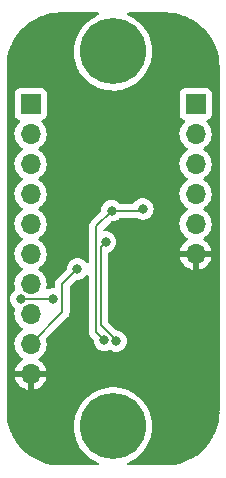
<source format=gbl>
G04 #@! TF.GenerationSoftware,KiCad,Pcbnew,6.0.6-3a73a75311~116~ubuntu22.04.1*
G04 #@! TF.CreationDate,2022-07-16T09:42:50-04:00*
G04 #@! TF.ProjectId,ltc4332_breakout,6c746334-3333-4325-9f62-7265616b6f75,0*
G04 #@! TF.SameCoordinates,Original*
G04 #@! TF.FileFunction,Copper,L2,Bot*
G04 #@! TF.FilePolarity,Positive*
%FSLAX46Y46*%
G04 Gerber Fmt 4.6, Leading zero omitted, Abs format (unit mm)*
G04 Created by KiCad (PCBNEW 6.0.6-3a73a75311~116~ubuntu22.04.1) date 2022-07-16 09:42:50*
%MOMM*%
%LPD*%
G01*
G04 APERTURE LIST*
G04 #@! TA.AperFunction,ComponentPad*
%ADD10R,1.700000X1.700000*%
G04 #@! TD*
G04 #@! TA.AperFunction,ComponentPad*
%ADD11O,1.700000X1.700000*%
G04 #@! TD*
G04 #@! TA.AperFunction,ComponentPad*
%ADD12C,5.600000*%
G04 #@! TD*
G04 #@! TA.AperFunction,ViaPad*
%ADD13C,0.800000*%
G04 #@! TD*
G04 #@! TA.AperFunction,Conductor*
%ADD14C,0.200000*%
G04 #@! TD*
G04 APERTURE END LIST*
D10*
X140335000Y-90805000D03*
D11*
X140335000Y-93345000D03*
X140335000Y-95885000D03*
X140335000Y-98425000D03*
X140335000Y-100965000D03*
X140335000Y-103505000D03*
X140335000Y-106045000D03*
X140335000Y-108585000D03*
X140335000Y-111125000D03*
X140335000Y-113665000D03*
D10*
X154305000Y-90805000D03*
D11*
X154305000Y-93345000D03*
X154305000Y-95885000D03*
X154305000Y-98425000D03*
X154305000Y-100965000D03*
X154305000Y-103505000D03*
D12*
X147320000Y-118110000D03*
X147320000Y-86360000D03*
D13*
X149834600Y-99695000D03*
X146583400Y-110820200D03*
X147193000Y-99847400D03*
X148717000Y-102184200D03*
X149225000Y-109855000D03*
X142240000Y-99695000D03*
X147396200Y-106807000D03*
X144780000Y-107315000D03*
X142242454Y-107312546D03*
X139522200Y-107315000D03*
X144297400Y-104775000D03*
X146685000Y-102489000D03*
X147581201Y-110878500D03*
D14*
X146583400Y-110820200D02*
X145872200Y-110109000D01*
X149834600Y-99695000D02*
X149682200Y-99847400D01*
X149682200Y-99847400D02*
X147193000Y-99847400D01*
X145872200Y-101168200D02*
X147193000Y-99847400D01*
X145872200Y-110109000D02*
X145872200Y-101168200D01*
X139522200Y-107315000D02*
X142240000Y-107315000D01*
X142240000Y-107315000D02*
X142242454Y-107312546D01*
X143027400Y-108432600D02*
X143027400Y-106045000D01*
X140335000Y-111125000D02*
X143027400Y-108432600D01*
X143027400Y-106045000D02*
X144297400Y-104775000D01*
X147581201Y-110878500D02*
X147581201Y-110828756D01*
X147581201Y-110828756D02*
X146278600Y-109526155D01*
X146278600Y-102895400D02*
X146685000Y-102489000D01*
X146278600Y-109526155D02*
X146278600Y-102895400D01*
G04 #@! TA.AperFunction,Conductor*
G36*
X146073008Y-83078502D02*
G01*
X146119501Y-83132158D01*
X146129605Y-83202432D01*
X146100111Y-83267012D01*
X146057538Y-83298972D01*
X145774694Y-83429066D01*
X145771760Y-83430822D01*
X145771758Y-83430823D01*
X145673955Y-83489357D01*
X145467193Y-83613101D01*
X145464467Y-83615163D01*
X145464465Y-83615164D01*
X145458620Y-83619585D01*
X145181367Y-83829270D01*
X144920559Y-84075043D01*
X144918347Y-84077633D01*
X144918345Y-84077635D01*
X144859874Y-84146096D01*
X144687819Y-84347546D01*
X144685900Y-84350358D01*
X144685897Y-84350363D01*
X144592624Y-84487097D01*
X144485871Y-84643591D01*
X144317077Y-84959714D01*
X144183411Y-85292218D01*
X144182491Y-85295492D01*
X144182489Y-85295497D01*
X144180332Y-85303173D01*
X144086437Y-85637213D01*
X144027290Y-85990663D01*
X144006661Y-86348434D01*
X144006833Y-86351829D01*
X144006833Y-86351830D01*
X144024620Y-86702945D01*
X144024792Y-86706340D01*
X144025329Y-86709695D01*
X144025330Y-86709701D01*
X144044726Y-86830795D01*
X144081470Y-87060195D01*
X144176033Y-87405859D01*
X144307374Y-87739288D01*
X144473957Y-88056582D01*
X144475858Y-88059411D01*
X144475864Y-88059421D01*
X144659569Y-88332800D01*
X144673834Y-88354029D01*
X144904665Y-88628150D01*
X145163751Y-88875738D01*
X145448061Y-89093897D01*
X145480056Y-89113350D01*
X145751355Y-89278303D01*
X145751360Y-89278306D01*
X145754270Y-89280075D01*
X145757358Y-89281521D01*
X145757357Y-89281521D01*
X146075710Y-89430649D01*
X146075720Y-89430653D01*
X146078794Y-89432093D01*
X146082012Y-89433195D01*
X146082015Y-89433196D01*
X146414615Y-89547071D01*
X146414623Y-89547073D01*
X146417838Y-89548174D01*
X146767435Y-89626959D01*
X146819728Y-89632917D01*
X147120114Y-89667142D01*
X147120122Y-89667142D01*
X147123497Y-89667527D01*
X147126901Y-89667545D01*
X147126904Y-89667545D01*
X147321227Y-89668562D01*
X147481857Y-89669403D01*
X147485243Y-89669053D01*
X147485245Y-89669053D01*
X147834932Y-89632917D01*
X147834941Y-89632916D01*
X147838324Y-89632566D01*
X147841657Y-89631852D01*
X147841660Y-89631851D01*
X148053865Y-89586358D01*
X148188727Y-89557446D01*
X148528968Y-89444922D01*
X148855066Y-89296311D01*
X148949052Y-89240506D01*
X149160262Y-89115099D01*
X149160267Y-89115096D01*
X149163207Y-89113350D01*
X149449786Y-88898180D01*
X149711451Y-88653319D01*
X149945140Y-88381630D01*
X150051750Y-88226512D01*
X150146190Y-88089101D01*
X150146195Y-88089094D01*
X150148120Y-88086292D01*
X150149732Y-88083298D01*
X150149737Y-88083290D01*
X150316395Y-87773772D01*
X150318017Y-87770760D01*
X150452842Y-87438724D01*
X150463142Y-87402568D01*
X150513406Y-87226114D01*
X150551020Y-87094070D01*
X150611401Y-86740828D01*
X150613511Y-86706340D01*
X150633168Y-86384928D01*
X150633278Y-86383131D01*
X150633359Y-86360000D01*
X150613979Y-86002159D01*
X150556066Y-85648505D01*
X150460297Y-85303173D01*
X150457243Y-85295497D01*
X150329052Y-84973369D01*
X150327793Y-84970205D01*
X150178078Y-84687442D01*
X150161702Y-84656513D01*
X150161698Y-84656506D01*
X150160103Y-84653494D01*
X149959190Y-84356746D01*
X149727403Y-84083432D01*
X149467454Y-83836750D01*
X149182384Y-83619585D01*
X149179472Y-83617828D01*
X149179467Y-83617825D01*
X148878443Y-83436236D01*
X148878437Y-83436233D01*
X148875528Y-83434478D01*
X148664018Y-83336298D01*
X148583208Y-83298787D01*
X148529841Y-83251963D01*
X148510261Y-83183720D01*
X148530685Y-83115724D01*
X148584627Y-83069565D01*
X148636259Y-83058500D01*
X151715633Y-83058500D01*
X151735018Y-83060000D01*
X151749851Y-83062310D01*
X151749855Y-83062310D01*
X151758724Y-83063691D01*
X151779183Y-83061016D01*
X151801008Y-83060072D01*
X152157937Y-83075656D01*
X152168885Y-83076614D01*
X152279162Y-83091132D01*
X152553379Y-83127233D01*
X152564205Y-83129142D01*
X152942822Y-83213080D01*
X152953439Y-83215925D01*
X153067738Y-83251963D01*
X153323302Y-83332542D01*
X153333615Y-83336295D01*
X153691932Y-83484715D01*
X153701876Y-83489353D01*
X153948669Y-83617825D01*
X154045867Y-83668423D01*
X154055387Y-83673919D01*
X154382468Y-83882292D01*
X154391472Y-83888597D01*
X154699138Y-84124678D01*
X154707558Y-84131743D01*
X154953107Y-84356746D01*
X154993483Y-84393744D01*
X155001256Y-84401517D01*
X155263257Y-84687442D01*
X155270322Y-84695862D01*
X155506403Y-85003528D01*
X155512708Y-85012532D01*
X155721081Y-85339613D01*
X155726576Y-85349132D01*
X155874836Y-85633935D01*
X155905643Y-85693115D01*
X155910285Y-85703068D01*
X156034173Y-86002159D01*
X156058702Y-86061377D01*
X156062461Y-86071706D01*
X156179075Y-86441561D01*
X156181920Y-86452178D01*
X156265858Y-86830795D01*
X156267767Y-86841621D01*
X156318386Y-87226114D01*
X156319344Y-87237063D01*
X156328006Y-87435446D01*
X156334603Y-87586552D01*
X156333223Y-87611429D01*
X156331309Y-87623724D01*
X156332473Y-87632626D01*
X156332473Y-87632628D01*
X156335436Y-87655283D01*
X156336500Y-87671621D01*
X156336500Y-116790633D01*
X156335000Y-116810018D01*
X156332690Y-116824851D01*
X156332690Y-116824855D01*
X156331309Y-116833724D01*
X156333984Y-116854183D01*
X156334928Y-116876012D01*
X156319344Y-117232936D01*
X156318386Y-117243886D01*
X156267767Y-117628379D01*
X156265858Y-117639205D01*
X156181920Y-118017822D01*
X156179075Y-118028439D01*
X156062461Y-118398294D01*
X156058705Y-118408615D01*
X156024652Y-118490828D01*
X155910289Y-118766923D01*
X155905647Y-118776876D01*
X155799764Y-118980276D01*
X155726577Y-119120867D01*
X155721081Y-119130387D01*
X155512708Y-119457468D01*
X155506403Y-119466472D01*
X155270322Y-119774138D01*
X155263257Y-119782558D01*
X155001256Y-120068483D01*
X154993487Y-120076252D01*
X154930228Y-120134218D01*
X154707558Y-120338257D01*
X154699138Y-120345322D01*
X154391472Y-120581403D01*
X154382468Y-120587708D01*
X154055387Y-120796081D01*
X154045868Y-120801576D01*
X153701876Y-120980647D01*
X153691932Y-120985285D01*
X153333615Y-121133705D01*
X153323302Y-121137458D01*
X153181738Y-121182093D01*
X152953439Y-121254075D01*
X152942822Y-121256920D01*
X152564205Y-121340858D01*
X152553379Y-121342767D01*
X152168886Y-121393386D01*
X152157937Y-121394344D01*
X151808446Y-121409603D01*
X151783571Y-121408223D01*
X151771276Y-121406309D01*
X151762374Y-121407473D01*
X151762372Y-121407473D01*
X151747323Y-121409441D01*
X151739714Y-121410436D01*
X151723379Y-121411500D01*
X148634051Y-121411500D01*
X148565930Y-121391498D01*
X148519437Y-121337842D01*
X148509333Y-121267568D01*
X148538827Y-121202988D01*
X148581800Y-121170845D01*
X148655055Y-121137461D01*
X148855066Y-121046311D01*
X148957839Y-120985289D01*
X149160262Y-120865099D01*
X149160267Y-120865096D01*
X149163207Y-120863350D01*
X149449786Y-120648180D01*
X149711451Y-120403319D01*
X149945140Y-120131630D01*
X150051750Y-119976512D01*
X150146190Y-119839101D01*
X150146195Y-119839094D01*
X150148120Y-119836292D01*
X150149732Y-119833298D01*
X150149737Y-119833290D01*
X150316395Y-119523772D01*
X150318017Y-119520760D01*
X150452842Y-119188724D01*
X150463142Y-119152568D01*
X150512220Y-118980276D01*
X150551020Y-118844070D01*
X150611401Y-118490828D01*
X150613511Y-118456340D01*
X150633168Y-118134928D01*
X150633278Y-118133131D01*
X150633359Y-118110000D01*
X150613979Y-117752159D01*
X150556066Y-117398505D01*
X150460297Y-117053173D01*
X150457243Y-117045497D01*
X150329052Y-116723369D01*
X150327793Y-116720205D01*
X150297768Y-116663498D01*
X150161702Y-116406513D01*
X150161698Y-116406506D01*
X150160103Y-116403494D01*
X149959190Y-116106746D01*
X149727403Y-115833432D01*
X149467454Y-115586750D01*
X149182384Y-115369585D01*
X149179472Y-115367828D01*
X149179467Y-115367825D01*
X148878443Y-115186236D01*
X148878437Y-115186233D01*
X148875528Y-115184478D01*
X148550475Y-115033593D01*
X148259758Y-114935191D01*
X148214255Y-114919789D01*
X148214250Y-114919788D01*
X148211028Y-114918697D01*
X148012681Y-114874724D01*
X147864493Y-114841871D01*
X147864487Y-114841870D01*
X147861158Y-114841132D01*
X147857769Y-114840758D01*
X147857764Y-114840757D01*
X147508338Y-114802180D01*
X147508333Y-114802180D01*
X147504957Y-114801807D01*
X147501558Y-114801801D01*
X147501557Y-114801801D01*
X147332080Y-114801505D01*
X147146592Y-114801182D01*
X147033413Y-114813277D01*
X146793639Y-114838901D01*
X146793631Y-114838902D01*
X146790256Y-114839263D01*
X146440117Y-114915606D01*
X146100271Y-115029317D01*
X146097178Y-115030739D01*
X146097177Y-115030740D01*
X146090974Y-115033593D01*
X145774694Y-115179066D01*
X145467193Y-115363101D01*
X145464467Y-115365163D01*
X145464465Y-115365164D01*
X145458620Y-115369585D01*
X145181367Y-115579270D01*
X144920559Y-115825043D01*
X144687819Y-116097546D01*
X144685900Y-116100358D01*
X144685897Y-116100363D01*
X144592624Y-116237097D01*
X144485871Y-116393591D01*
X144317077Y-116709714D01*
X144183411Y-117042218D01*
X144182491Y-117045492D01*
X144182489Y-117045497D01*
X144116909Y-117278807D01*
X144086437Y-117387213D01*
X144027290Y-117740663D01*
X144006661Y-118098434D01*
X144024792Y-118456340D01*
X144025329Y-118459695D01*
X144025330Y-118459701D01*
X144030316Y-118490828D01*
X144081470Y-118810195D01*
X144176033Y-119155859D01*
X144177282Y-119159029D01*
X144298387Y-119466472D01*
X144307374Y-119489288D01*
X144338151Y-119547909D01*
X144459216Y-119778504D01*
X144473957Y-119806582D01*
X144475858Y-119809411D01*
X144475864Y-119809421D01*
X144655171Y-120076256D01*
X144673834Y-120104029D01*
X144904665Y-120378150D01*
X145163751Y-120625738D01*
X145448061Y-120843897D01*
X145480056Y-120863350D01*
X145751355Y-121028303D01*
X145751360Y-121028306D01*
X145754270Y-121030075D01*
X145975491Y-121133702D01*
X146055963Y-121171398D01*
X146109166Y-121218408D01*
X146128508Y-121286719D01*
X146107848Y-121354643D01*
X146053745Y-121400615D01*
X146002514Y-121411500D01*
X142924367Y-121411500D01*
X142904982Y-121410000D01*
X142890149Y-121407690D01*
X142890145Y-121407690D01*
X142881276Y-121406309D01*
X142860817Y-121408984D01*
X142838992Y-121409928D01*
X142482063Y-121394344D01*
X142471114Y-121393386D01*
X142086621Y-121342767D01*
X142075795Y-121340858D01*
X141697178Y-121256920D01*
X141686561Y-121254075D01*
X141458262Y-121182093D01*
X141316698Y-121137458D01*
X141306385Y-121133705D01*
X140948068Y-120985285D01*
X140938124Y-120980647D01*
X140594132Y-120801576D01*
X140584613Y-120796081D01*
X140257532Y-120587708D01*
X140248528Y-120581403D01*
X139940862Y-120345322D01*
X139932442Y-120338257D01*
X139709772Y-120134218D01*
X139646513Y-120076252D01*
X139638744Y-120068483D01*
X139376743Y-119782558D01*
X139369678Y-119774138D01*
X139133597Y-119466472D01*
X139127292Y-119457468D01*
X138918919Y-119130387D01*
X138913423Y-119120867D01*
X138840236Y-118980276D01*
X138734353Y-118776876D01*
X138729711Y-118766923D01*
X138615349Y-118490828D01*
X138581295Y-118408615D01*
X138577539Y-118398294D01*
X138460925Y-118028439D01*
X138458080Y-118017822D01*
X138374142Y-117639205D01*
X138372233Y-117628379D01*
X138321614Y-117243886D01*
X138320656Y-117232936D01*
X138305561Y-116887208D01*
X138307188Y-116860805D01*
X138307769Y-116857352D01*
X138307770Y-116857345D01*
X138308576Y-116852552D01*
X138308729Y-116840000D01*
X138304773Y-116812376D01*
X138303500Y-116794514D01*
X138303500Y-113932966D01*
X139003257Y-113932966D01*
X139033565Y-114067446D01*
X139036645Y-114077275D01*
X139116770Y-114274603D01*
X139121413Y-114283794D01*
X139232694Y-114465388D01*
X139238777Y-114473699D01*
X139378213Y-114634667D01*
X139385580Y-114641883D01*
X139549434Y-114777916D01*
X139557881Y-114783831D01*
X139741756Y-114891279D01*
X139751042Y-114895729D01*
X139950001Y-114971703D01*
X139959899Y-114974579D01*
X140063250Y-114995606D01*
X140077299Y-114994410D01*
X140081000Y-114984065D01*
X140081000Y-114983517D01*
X140589000Y-114983517D01*
X140593064Y-114997359D01*
X140606478Y-114999393D01*
X140613184Y-114998534D01*
X140623262Y-114996392D01*
X140827255Y-114935191D01*
X140836842Y-114931433D01*
X141028095Y-114837739D01*
X141036945Y-114832464D01*
X141210328Y-114708792D01*
X141218200Y-114702139D01*
X141369052Y-114551812D01*
X141375730Y-114543965D01*
X141500003Y-114371020D01*
X141505313Y-114362183D01*
X141599670Y-114171267D01*
X141603469Y-114161672D01*
X141665377Y-113957910D01*
X141667555Y-113947837D01*
X141668986Y-113936962D01*
X141666775Y-113922778D01*
X141653617Y-113919000D01*
X140607115Y-113919000D01*
X140591876Y-113923475D01*
X140590671Y-113924865D01*
X140589000Y-113932548D01*
X140589000Y-114983517D01*
X140081000Y-114983517D01*
X140081000Y-113937115D01*
X140076525Y-113921876D01*
X140075135Y-113920671D01*
X140067452Y-113919000D01*
X139018225Y-113919000D01*
X139004694Y-113922973D01*
X139003257Y-113932966D01*
X138303500Y-113932966D01*
X138303500Y-107315000D01*
X138608696Y-107315000D01*
X138628658Y-107504928D01*
X138687673Y-107686556D01*
X138783160Y-107851944D01*
X138910947Y-107993866D01*
X138916289Y-107997747D01*
X138916291Y-107997749D01*
X138988499Y-108050211D01*
X139031853Y-108106433D01*
X139037928Y-108177170D01*
X139035855Y-108185819D01*
X138995989Y-108329570D01*
X138972251Y-108551695D01*
X138972548Y-108556848D01*
X138972548Y-108556851D01*
X138982638Y-108731846D01*
X138985110Y-108774715D01*
X138986247Y-108779761D01*
X138986248Y-108779767D01*
X139006947Y-108871613D01*
X139034222Y-108992639D01*
X139118266Y-109199616D01*
X139234987Y-109390088D01*
X139381250Y-109558938D01*
X139553126Y-109701632D01*
X139623595Y-109742811D01*
X139626445Y-109744476D01*
X139675169Y-109796114D01*
X139688240Y-109865897D01*
X139661509Y-109931669D01*
X139621055Y-109965027D01*
X139608607Y-109971507D01*
X139604474Y-109974610D01*
X139604471Y-109974612D01*
X139434100Y-110102530D01*
X139429965Y-110105635D01*
X139275629Y-110267138D01*
X139149743Y-110451680D01*
X139055688Y-110654305D01*
X138995989Y-110869570D01*
X138972251Y-111091695D01*
X138972548Y-111096848D01*
X138972548Y-111096851D01*
X138978011Y-111191590D01*
X138985110Y-111314715D01*
X138986247Y-111319761D01*
X138986248Y-111319767D01*
X138993383Y-111351426D01*
X139034222Y-111532639D01*
X139072461Y-111626811D01*
X139113834Y-111728700D01*
X139118266Y-111739616D01*
X139234987Y-111930088D01*
X139381250Y-112098938D01*
X139553126Y-112241632D01*
X139626955Y-112284774D01*
X139675679Y-112336412D01*
X139688750Y-112406195D01*
X139662019Y-112471967D01*
X139621562Y-112505327D01*
X139613457Y-112509546D01*
X139604738Y-112515036D01*
X139434433Y-112642905D01*
X139426726Y-112649748D01*
X139279590Y-112803717D01*
X139273104Y-112811727D01*
X139153098Y-112987649D01*
X139148000Y-112996623D01*
X139058338Y-113189783D01*
X139054775Y-113199470D01*
X138999389Y-113399183D01*
X139000912Y-113407607D01*
X139013292Y-113411000D01*
X141653344Y-113411000D01*
X141666875Y-113407027D01*
X141668180Y-113397947D01*
X141626214Y-113230875D01*
X141622894Y-113221124D01*
X141537972Y-113025814D01*
X141533105Y-113016739D01*
X141417426Y-112837926D01*
X141411136Y-112829757D01*
X141267806Y-112672240D01*
X141260273Y-112665215D01*
X141093139Y-112533222D01*
X141084556Y-112527520D01*
X141047602Y-112507120D01*
X140997631Y-112456687D01*
X140982859Y-112387245D01*
X141007975Y-112320839D01*
X141035327Y-112294232D01*
X141058797Y-112277491D01*
X141214860Y-112166173D01*
X141373096Y-112008489D01*
X141432594Y-111925689D01*
X141500435Y-111831277D01*
X141503453Y-111827077D01*
X141523939Y-111785628D01*
X141600136Y-111631453D01*
X141600137Y-111631451D01*
X141602430Y-111626811D01*
X141667370Y-111413069D01*
X141696529Y-111191590D01*
X141698156Y-111125000D01*
X141679852Y-110902361D01*
X141644723Y-110762508D01*
X141647527Y-110691567D01*
X141677832Y-110642717D01*
X143423634Y-108896915D01*
X143436025Y-108886048D01*
X143454837Y-108871613D01*
X143461387Y-108866587D01*
X143485874Y-108834675D01*
X143485878Y-108834671D01*
X143558924Y-108739476D01*
X143620238Y-108591451D01*
X143641151Y-108432600D01*
X143636978Y-108400901D01*
X143635900Y-108384456D01*
X143635900Y-106349239D01*
X143655902Y-106281118D01*
X143672805Y-106260144D01*
X144212544Y-105720405D01*
X144274856Y-105686379D01*
X144301639Y-105683500D01*
X144392887Y-105683500D01*
X144399339Y-105682128D01*
X144399344Y-105682128D01*
X144486287Y-105663647D01*
X144579688Y-105643794D01*
X144653974Y-105610720D01*
X144748122Y-105568803D01*
X144748124Y-105568802D01*
X144754152Y-105566118D01*
X144908653Y-105453866D01*
X144982654Y-105371680D01*
X145032023Y-105316850D01*
X145032025Y-105316848D01*
X145036440Y-105311944D01*
X145037237Y-105310564D01*
X145091989Y-105268345D01*
X145162725Y-105262271D01*
X145225516Y-105295405D01*
X145260426Y-105357225D01*
X145263700Y-105385761D01*
X145263700Y-110060864D01*
X145262622Y-110077307D01*
X145258450Y-110109000D01*
X145263700Y-110148880D01*
X145263700Y-110148885D01*
X145272405Y-110215005D01*
X145279362Y-110267851D01*
X145340676Y-110415876D01*
X145345703Y-110422427D01*
X145345704Y-110422429D01*
X145413720Y-110511069D01*
X145413726Y-110511075D01*
X145438213Y-110542987D01*
X145444768Y-110548017D01*
X145463579Y-110562452D01*
X145475970Y-110573319D01*
X145633681Y-110731030D01*
X145667707Y-110793342D01*
X145670241Y-110816916D01*
X145669896Y-110820200D01*
X145670586Y-110826765D01*
X145676714Y-110885065D01*
X145689858Y-111010128D01*
X145748873Y-111191756D01*
X145844360Y-111357144D01*
X145848778Y-111362051D01*
X145848779Y-111362052D01*
X145901273Y-111420352D01*
X145972147Y-111499066D01*
X146126648Y-111611318D01*
X146132676Y-111614002D01*
X146132678Y-111614003D01*
X146263623Y-111672303D01*
X146301112Y-111688994D01*
X146394512Y-111708847D01*
X146481456Y-111727328D01*
X146481461Y-111727328D01*
X146487913Y-111728700D01*
X146678887Y-111728700D01*
X146685339Y-111727328D01*
X146685344Y-111727328D01*
X146772287Y-111708847D01*
X146865688Y-111688994D01*
X146909208Y-111669618D01*
X146976209Y-111639787D01*
X147046576Y-111630353D01*
X147101520Y-111652959D01*
X147124449Y-111669618D01*
X147130477Y-111672302D01*
X147130479Y-111672303D01*
X147291559Y-111744020D01*
X147298913Y-111747294D01*
X147392314Y-111767147D01*
X147479257Y-111785628D01*
X147479262Y-111785628D01*
X147485714Y-111787000D01*
X147676688Y-111787000D01*
X147683140Y-111785628D01*
X147683145Y-111785628D01*
X147770088Y-111767147D01*
X147863489Y-111747294D01*
X147870843Y-111744020D01*
X148031923Y-111672303D01*
X148031925Y-111672302D01*
X148037953Y-111669618D01*
X148192454Y-111557366D01*
X148241451Y-111502949D01*
X148315822Y-111420352D01*
X148315823Y-111420351D01*
X148320241Y-111415444D01*
X148415728Y-111250056D01*
X148474743Y-111068428D01*
X148494705Y-110878500D01*
X148493243Y-110864588D01*
X148475433Y-110695135D01*
X148475433Y-110695133D01*
X148474743Y-110688572D01*
X148415728Y-110506944D01*
X148320241Y-110341556D01*
X148246504Y-110259662D01*
X148196876Y-110204545D01*
X148196875Y-110204544D01*
X148192454Y-110199634D01*
X148063076Y-110105635D01*
X148043295Y-110091263D01*
X148043294Y-110091262D01*
X148037953Y-110087382D01*
X148031925Y-110084698D01*
X148031923Y-110084697D01*
X147869520Y-110012391D01*
X147869519Y-110012391D01*
X147863489Y-110009706D01*
X147770088Y-109989853D01*
X147683145Y-109971372D01*
X147683140Y-109971372D01*
X147676688Y-109970000D01*
X147635184Y-109970000D01*
X147567063Y-109949998D01*
X147546089Y-109933095D01*
X146924005Y-109311011D01*
X146889979Y-109248699D01*
X146887100Y-109221916D01*
X146887100Y-103772966D01*
X152973257Y-103772966D01*
X153003565Y-103907446D01*
X153006645Y-103917275D01*
X153086770Y-104114603D01*
X153091413Y-104123794D01*
X153202694Y-104305388D01*
X153208777Y-104313699D01*
X153348213Y-104474667D01*
X153355580Y-104481883D01*
X153519434Y-104617916D01*
X153527881Y-104623831D01*
X153711756Y-104731279D01*
X153721042Y-104735729D01*
X153920001Y-104811703D01*
X153929899Y-104814579D01*
X154033250Y-104835606D01*
X154047299Y-104834410D01*
X154051000Y-104824065D01*
X154051000Y-104823517D01*
X154559000Y-104823517D01*
X154563064Y-104837359D01*
X154576478Y-104839393D01*
X154583184Y-104838534D01*
X154593262Y-104836392D01*
X154797255Y-104775191D01*
X154806842Y-104771433D01*
X154998095Y-104677739D01*
X155006945Y-104672464D01*
X155180328Y-104548792D01*
X155188200Y-104542139D01*
X155339052Y-104391812D01*
X155345730Y-104383965D01*
X155470003Y-104211020D01*
X155475313Y-104202183D01*
X155569670Y-104011267D01*
X155573469Y-104001672D01*
X155635377Y-103797910D01*
X155637555Y-103787837D01*
X155638986Y-103776962D01*
X155636775Y-103762778D01*
X155623617Y-103759000D01*
X154577115Y-103759000D01*
X154561876Y-103763475D01*
X154560671Y-103764865D01*
X154559000Y-103772548D01*
X154559000Y-104823517D01*
X154051000Y-104823517D01*
X154051000Y-103777115D01*
X154046525Y-103761876D01*
X154045135Y-103760671D01*
X154037452Y-103759000D01*
X152988225Y-103759000D01*
X152974694Y-103762973D01*
X152973257Y-103772966D01*
X146887100Y-103772966D01*
X146887100Y-103474667D01*
X146907102Y-103406546D01*
X146960758Y-103360053D01*
X146965687Y-103358134D01*
X146967288Y-103357794D01*
X147052015Y-103320071D01*
X147135722Y-103282803D01*
X147135724Y-103282802D01*
X147141752Y-103280118D01*
X147296253Y-103167866D01*
X147424040Y-103025944D01*
X147519527Y-102860556D01*
X147578542Y-102678928D01*
X147579538Y-102669457D01*
X147597814Y-102495565D01*
X147598504Y-102489000D01*
X147597814Y-102482435D01*
X147579232Y-102305635D01*
X147579232Y-102305633D01*
X147578542Y-102299072D01*
X147519527Y-102117444D01*
X147424040Y-101952056D01*
X147296253Y-101810134D01*
X147141752Y-101697882D01*
X147135724Y-101695198D01*
X147135722Y-101695197D01*
X146973319Y-101622891D01*
X146973318Y-101622891D01*
X146967288Y-101620206D01*
X146873887Y-101600353D01*
X146786944Y-101581872D01*
X146786939Y-101581872D01*
X146780487Y-101580500D01*
X146624639Y-101580500D01*
X146556518Y-101560498D01*
X146510025Y-101506842D01*
X146499921Y-101436568D01*
X146529415Y-101371988D01*
X146535544Y-101365405D01*
X146969254Y-100931695D01*
X152942251Y-100931695D01*
X152942548Y-100936848D01*
X152942548Y-100936851D01*
X152948011Y-101031590D01*
X152955110Y-101154715D01*
X152956247Y-101159761D01*
X152956248Y-101159767D01*
X152967136Y-101208080D01*
X153004222Y-101372639D01*
X153088266Y-101579616D01*
X153090965Y-101584020D01*
X153163118Y-101701763D01*
X153204987Y-101770088D01*
X153351250Y-101938938D01*
X153523126Y-102081632D01*
X153584411Y-102117444D01*
X153596955Y-102124774D01*
X153645679Y-102176412D01*
X153658750Y-102246195D01*
X153632019Y-102311967D01*
X153591562Y-102345327D01*
X153583457Y-102349546D01*
X153574738Y-102355036D01*
X153404433Y-102482905D01*
X153396726Y-102489748D01*
X153249590Y-102643717D01*
X153243104Y-102651727D01*
X153123098Y-102827649D01*
X153118000Y-102836623D01*
X153028338Y-103029783D01*
X153024775Y-103039470D01*
X152969389Y-103239183D01*
X152970912Y-103247607D01*
X152983292Y-103251000D01*
X155623344Y-103251000D01*
X155636875Y-103247027D01*
X155638180Y-103237947D01*
X155596214Y-103070875D01*
X155592894Y-103061124D01*
X155507972Y-102865814D01*
X155503105Y-102856739D01*
X155387426Y-102677926D01*
X155381136Y-102669757D01*
X155237806Y-102512240D01*
X155230273Y-102505215D01*
X155063139Y-102373222D01*
X155054556Y-102367520D01*
X155017602Y-102347120D01*
X154967631Y-102296687D01*
X154952859Y-102227245D01*
X154977975Y-102160839D01*
X155005327Y-102134232D01*
X155036886Y-102111721D01*
X155184860Y-102006173D01*
X155233429Y-101957774D01*
X155339435Y-101852137D01*
X155343096Y-101848489D01*
X155402594Y-101765689D01*
X155470435Y-101671277D01*
X155473453Y-101667077D01*
X155526128Y-101560498D01*
X155570136Y-101471453D01*
X155570137Y-101471451D01*
X155572430Y-101466811D01*
X155637370Y-101253069D01*
X155666529Y-101031590D01*
X155666872Y-101017538D01*
X155668074Y-100968365D01*
X155668074Y-100968361D01*
X155668156Y-100965000D01*
X155649852Y-100742361D01*
X155595431Y-100525702D01*
X155506354Y-100320840D01*
X155448845Y-100231944D01*
X155387822Y-100137617D01*
X155387820Y-100137614D01*
X155385014Y-100133277D01*
X155234670Y-99968051D01*
X155230619Y-99964852D01*
X155230615Y-99964848D01*
X155063414Y-99832800D01*
X155063410Y-99832798D01*
X155059359Y-99829598D01*
X155018053Y-99806796D01*
X154968084Y-99756364D01*
X154953312Y-99686921D01*
X154978428Y-99620516D01*
X155005780Y-99593909D01*
X155049603Y-99562650D01*
X155184860Y-99466173D01*
X155343096Y-99308489D01*
X155393101Y-99238900D01*
X155470435Y-99131277D01*
X155473453Y-99127077D01*
X155545505Y-98981291D01*
X155570136Y-98931453D01*
X155570137Y-98931451D01*
X155572430Y-98926811D01*
X155637370Y-98713069D01*
X155666529Y-98491590D01*
X155668156Y-98425000D01*
X155649852Y-98202361D01*
X155595431Y-97985702D01*
X155506354Y-97780840D01*
X155385014Y-97593277D01*
X155234670Y-97428051D01*
X155230619Y-97424852D01*
X155230615Y-97424848D01*
X155063414Y-97292800D01*
X155063410Y-97292798D01*
X155059359Y-97289598D01*
X155018053Y-97266796D01*
X154968084Y-97216364D01*
X154953312Y-97146921D01*
X154978428Y-97080516D01*
X155005780Y-97053909D01*
X155049603Y-97022650D01*
X155184860Y-96926173D01*
X155343096Y-96768489D01*
X155402594Y-96685689D01*
X155470435Y-96591277D01*
X155473453Y-96587077D01*
X155572430Y-96386811D01*
X155637370Y-96173069D01*
X155666529Y-95951590D01*
X155668156Y-95885000D01*
X155649852Y-95662361D01*
X155595431Y-95445702D01*
X155506354Y-95240840D01*
X155385014Y-95053277D01*
X155234670Y-94888051D01*
X155230619Y-94884852D01*
X155230615Y-94884848D01*
X155063414Y-94752800D01*
X155063410Y-94752798D01*
X155059359Y-94749598D01*
X155018053Y-94726796D01*
X154968084Y-94676364D01*
X154953312Y-94606921D01*
X154978428Y-94540516D01*
X155005780Y-94513909D01*
X155049603Y-94482650D01*
X155184860Y-94386173D01*
X155343096Y-94228489D01*
X155402594Y-94145689D01*
X155470435Y-94051277D01*
X155473453Y-94047077D01*
X155572430Y-93846811D01*
X155637370Y-93633069D01*
X155666529Y-93411590D01*
X155668156Y-93345000D01*
X155649852Y-93122361D01*
X155595431Y-92905702D01*
X155506354Y-92700840D01*
X155385014Y-92513277D01*
X155381532Y-92509450D01*
X155237798Y-92351488D01*
X155206746Y-92287642D01*
X155215141Y-92217143D01*
X155260317Y-92162375D01*
X155286761Y-92148706D01*
X155393297Y-92108767D01*
X155401705Y-92105615D01*
X155518261Y-92018261D01*
X155605615Y-91901705D01*
X155656745Y-91765316D01*
X155663500Y-91703134D01*
X155663500Y-89906866D01*
X155656745Y-89844684D01*
X155605615Y-89708295D01*
X155518261Y-89591739D01*
X155401705Y-89504385D01*
X155265316Y-89453255D01*
X155203134Y-89446500D01*
X153406866Y-89446500D01*
X153344684Y-89453255D01*
X153208295Y-89504385D01*
X153091739Y-89591739D01*
X153004385Y-89708295D01*
X152953255Y-89844684D01*
X152946500Y-89906866D01*
X152946500Y-91703134D01*
X152953255Y-91765316D01*
X153004385Y-91901705D01*
X153091739Y-92018261D01*
X153208295Y-92105615D01*
X153216704Y-92108767D01*
X153216705Y-92108768D01*
X153325451Y-92149535D01*
X153382216Y-92192176D01*
X153406916Y-92258738D01*
X153391709Y-92328087D01*
X153372316Y-92354568D01*
X153245629Y-92487138D01*
X153119743Y-92671680D01*
X153025688Y-92874305D01*
X152965989Y-93089570D01*
X152942251Y-93311695D01*
X152942548Y-93316848D01*
X152942548Y-93316851D01*
X152948011Y-93411590D01*
X152955110Y-93534715D01*
X152956247Y-93539761D01*
X152956248Y-93539767D01*
X152976119Y-93627939D01*
X153004222Y-93752639D01*
X153088266Y-93959616D01*
X153204987Y-94150088D01*
X153351250Y-94318938D01*
X153523126Y-94461632D01*
X153593595Y-94502811D01*
X153596445Y-94504476D01*
X153645169Y-94556114D01*
X153658240Y-94625897D01*
X153631509Y-94691669D01*
X153591055Y-94725027D01*
X153578607Y-94731507D01*
X153574474Y-94734610D01*
X153574471Y-94734612D01*
X153550247Y-94752800D01*
X153399965Y-94865635D01*
X153245629Y-95027138D01*
X153119743Y-95211680D01*
X153025688Y-95414305D01*
X152965989Y-95629570D01*
X152942251Y-95851695D01*
X152942548Y-95856848D01*
X152942548Y-95856851D01*
X152948011Y-95951590D01*
X152955110Y-96074715D01*
X152956247Y-96079761D01*
X152956248Y-96079767D01*
X152976119Y-96167939D01*
X153004222Y-96292639D01*
X153088266Y-96499616D01*
X153204987Y-96690088D01*
X153351250Y-96858938D01*
X153523126Y-97001632D01*
X153593595Y-97042811D01*
X153596445Y-97044476D01*
X153645169Y-97096114D01*
X153658240Y-97165897D01*
X153631509Y-97231669D01*
X153591055Y-97265027D01*
X153578607Y-97271507D01*
X153574474Y-97274610D01*
X153574471Y-97274612D01*
X153550247Y-97292800D01*
X153399965Y-97405635D01*
X153245629Y-97567138D01*
X153119743Y-97751680D01*
X153025688Y-97954305D01*
X152965989Y-98169570D01*
X152942251Y-98391695D01*
X152942548Y-98396848D01*
X152942548Y-98396851D01*
X152948011Y-98491590D01*
X152955110Y-98614715D01*
X152956247Y-98619761D01*
X152956248Y-98619767D01*
X152976119Y-98707939D01*
X153004222Y-98832639D01*
X153088266Y-99039616D01*
X153090965Y-99044020D01*
X153201804Y-99224893D01*
X153204987Y-99230088D01*
X153351250Y-99398938D01*
X153523126Y-99541632D01*
X153593595Y-99582811D01*
X153596445Y-99584476D01*
X153645169Y-99636114D01*
X153658240Y-99705897D01*
X153631509Y-99771669D01*
X153591055Y-99805027D01*
X153578607Y-99811507D01*
X153574474Y-99814610D01*
X153574471Y-99814612D01*
X153439973Y-99915596D01*
X153399965Y-99945635D01*
X153245629Y-100107138D01*
X153119743Y-100291680D01*
X153104003Y-100325590D01*
X153031290Y-100482237D01*
X153025688Y-100494305D01*
X152965989Y-100709570D01*
X152942251Y-100931695D01*
X146969254Y-100931695D01*
X147108144Y-100792805D01*
X147170456Y-100758779D01*
X147197239Y-100755900D01*
X147288487Y-100755900D01*
X147294939Y-100754528D01*
X147294944Y-100754528D01*
X147390516Y-100734213D01*
X147475288Y-100716194D01*
X147481319Y-100713509D01*
X147643722Y-100641203D01*
X147643724Y-100641202D01*
X147649752Y-100638518D01*
X147699839Y-100602128D01*
X147798914Y-100530145D01*
X147804253Y-100526266D01*
X147830074Y-100497589D01*
X147890520Y-100460350D01*
X147923710Y-100455900D01*
X149295316Y-100455900D01*
X149363437Y-100475902D01*
X149369378Y-100479965D01*
X149372504Y-100482236D01*
X149372506Y-100482237D01*
X149377848Y-100486118D01*
X149383875Y-100488801D01*
X149383876Y-100488802D01*
X149478026Y-100530720D01*
X149552312Y-100563794D01*
X149645713Y-100583647D01*
X149732656Y-100602128D01*
X149732661Y-100602128D01*
X149739113Y-100603500D01*
X149930087Y-100603500D01*
X149936539Y-100602128D01*
X149936544Y-100602128D01*
X150023487Y-100583647D01*
X150116888Y-100563794D01*
X150191174Y-100530720D01*
X150285322Y-100488803D01*
X150285324Y-100488802D01*
X150291352Y-100486118D01*
X150326819Y-100460350D01*
X150346757Y-100445864D01*
X150445853Y-100373866D01*
X150519854Y-100291680D01*
X150569221Y-100236852D01*
X150569222Y-100236851D01*
X150573640Y-100231944D01*
X150645697Y-100107138D01*
X150665823Y-100072279D01*
X150665824Y-100072278D01*
X150669127Y-100066556D01*
X150728142Y-99884928D01*
X150732079Y-99847475D01*
X150747414Y-99701565D01*
X150748104Y-99695000D01*
X150747255Y-99686921D01*
X150728832Y-99511635D01*
X150728832Y-99511633D01*
X150728142Y-99505072D01*
X150669127Y-99323444D01*
X150661629Y-99310456D01*
X150596246Y-99197211D01*
X150573640Y-99158056D01*
X150545747Y-99127077D01*
X150450275Y-99021045D01*
X150450274Y-99021044D01*
X150445853Y-99016134D01*
X150322911Y-98926811D01*
X150296694Y-98907763D01*
X150296693Y-98907762D01*
X150291352Y-98903882D01*
X150285324Y-98901198D01*
X150285322Y-98901197D01*
X150122919Y-98828891D01*
X150122918Y-98828891D01*
X150116888Y-98826206D01*
X150023488Y-98806353D01*
X149936544Y-98787872D01*
X149936539Y-98787872D01*
X149930087Y-98786500D01*
X149739113Y-98786500D01*
X149732661Y-98787872D01*
X149732656Y-98787872D01*
X149645713Y-98806353D01*
X149552312Y-98826206D01*
X149546282Y-98828891D01*
X149546281Y-98828891D01*
X149383878Y-98901197D01*
X149383876Y-98901198D01*
X149377848Y-98903882D01*
X149372507Y-98907762D01*
X149372506Y-98907763D01*
X149346289Y-98926811D01*
X149223347Y-99016134D01*
X149218926Y-99021044D01*
X149218925Y-99021045D01*
X149123454Y-99127077D01*
X149095560Y-99158056D01*
X149085258Y-99175900D01*
X149033877Y-99224893D01*
X148976139Y-99238900D01*
X147923710Y-99238900D01*
X147855589Y-99218898D01*
X147830074Y-99197211D01*
X147808668Y-99173437D01*
X147808666Y-99173436D01*
X147804253Y-99168534D01*
X147649752Y-99056282D01*
X147643724Y-99053598D01*
X147643722Y-99053597D01*
X147481319Y-98981291D01*
X147481318Y-98981291D01*
X147475288Y-98978606D01*
X147381888Y-98958753D01*
X147294944Y-98940272D01*
X147294939Y-98940272D01*
X147288487Y-98938900D01*
X147097513Y-98938900D01*
X147091061Y-98940272D01*
X147091056Y-98940272D01*
X147004112Y-98958753D01*
X146910712Y-98978606D01*
X146904682Y-98981291D01*
X146904681Y-98981291D01*
X146742278Y-99053597D01*
X146742276Y-99053598D01*
X146736248Y-99056282D01*
X146581747Y-99168534D01*
X146577326Y-99173444D01*
X146577325Y-99173445D01*
X146526324Y-99230088D01*
X146453960Y-99310456D01*
X146442833Y-99329729D01*
X146362326Y-99469171D01*
X146358473Y-99475844D01*
X146299458Y-99657472D01*
X146298768Y-99664033D01*
X146298768Y-99664035D01*
X146280186Y-99840835D01*
X146279496Y-99847400D01*
X146279684Y-99849186D01*
X146260184Y-99915596D01*
X146243281Y-99936570D01*
X145475966Y-100703885D01*
X145463575Y-100714752D01*
X145438213Y-100734213D01*
X145413726Y-100766125D01*
X145413723Y-100766128D01*
X145340676Y-100861324D01*
X145297732Y-100965000D01*
X145279362Y-101009350D01*
X145263700Y-101128315D01*
X145263700Y-101128320D01*
X145258450Y-101168200D01*
X145259528Y-101176388D01*
X145262622Y-101199890D01*
X145263700Y-101216336D01*
X145263700Y-104164239D01*
X145243698Y-104232360D01*
X145190042Y-104278853D01*
X145119768Y-104288957D01*
X145055188Y-104259463D01*
X145037966Y-104240699D01*
X145036440Y-104238056D01*
X145031312Y-104232360D01*
X144913075Y-104101045D01*
X144913074Y-104101044D01*
X144908653Y-104096134D01*
X144785711Y-104006811D01*
X144759494Y-103987763D01*
X144759493Y-103987762D01*
X144754152Y-103983882D01*
X144748124Y-103981198D01*
X144748122Y-103981197D01*
X144585719Y-103908891D01*
X144585718Y-103908891D01*
X144579688Y-103906206D01*
X144486287Y-103886353D01*
X144399344Y-103867872D01*
X144399339Y-103867872D01*
X144392887Y-103866500D01*
X144201913Y-103866500D01*
X144195461Y-103867872D01*
X144195456Y-103867872D01*
X144108512Y-103886353D01*
X144015112Y-103906206D01*
X144009082Y-103908891D01*
X144009081Y-103908891D01*
X143846678Y-103981197D01*
X143846676Y-103981198D01*
X143840648Y-103983882D01*
X143835307Y-103987762D01*
X143835306Y-103987763D01*
X143809089Y-104006811D01*
X143686147Y-104096134D01*
X143681726Y-104101044D01*
X143681725Y-104101045D01*
X143586254Y-104207077D01*
X143558360Y-104238056D01*
X143462873Y-104403444D01*
X143403858Y-104585072D01*
X143383896Y-104775000D01*
X143384084Y-104776786D01*
X143364584Y-104843196D01*
X143347681Y-104864170D01*
X142631166Y-105580685D01*
X142618775Y-105591552D01*
X142593413Y-105611013D01*
X142568926Y-105642925D01*
X142568923Y-105642928D01*
X142567206Y-105645166D01*
X142538844Y-105682128D01*
X142495876Y-105738124D01*
X142434562Y-105886149D01*
X142434562Y-105886150D01*
X142418900Y-106005115D01*
X142418900Y-106005120D01*
X142413650Y-106045000D01*
X142414728Y-106053188D01*
X142417822Y-106076690D01*
X142418900Y-106093136D01*
X142418900Y-106278046D01*
X142398898Y-106346167D01*
X142345242Y-106392660D01*
X142292900Y-106404046D01*
X142146967Y-106404046D01*
X142140515Y-106405418D01*
X142140510Y-106405418D01*
X142066010Y-106421254D01*
X141960166Y-106443752D01*
X141954136Y-106446437D01*
X141954135Y-106446437D01*
X141834675Y-106499624D01*
X141764308Y-106509058D01*
X141700011Y-106478952D01*
X141662197Y-106418863D01*
X141662867Y-106347891D01*
X141665865Y-106338023D01*
X141665865Y-106338021D01*
X141667370Y-106333069D01*
X141696529Y-106111590D01*
X141698156Y-106045000D01*
X141679852Y-105822361D01*
X141625431Y-105605702D01*
X141536354Y-105400840D01*
X141478845Y-105311944D01*
X141417822Y-105217617D01*
X141417820Y-105217614D01*
X141415014Y-105213277D01*
X141264670Y-105048051D01*
X141260619Y-105044852D01*
X141260615Y-105044848D01*
X141093414Y-104912800D01*
X141093410Y-104912798D01*
X141089359Y-104909598D01*
X141048053Y-104886796D01*
X140998084Y-104836364D01*
X140983312Y-104766921D01*
X141008428Y-104700516D01*
X141035780Y-104673909D01*
X141079603Y-104642650D01*
X141214860Y-104546173D01*
X141373096Y-104388489D01*
X141432594Y-104305689D01*
X141500435Y-104211277D01*
X141503453Y-104207077D01*
X141602430Y-104006811D01*
X141667370Y-103793069D01*
X141696529Y-103571590D01*
X141698156Y-103505000D01*
X141679852Y-103282361D01*
X141625431Y-103065702D01*
X141536354Y-102860840D01*
X141496906Y-102799862D01*
X141417822Y-102677617D01*
X141417820Y-102677614D01*
X141415014Y-102673277D01*
X141264670Y-102508051D01*
X141260619Y-102504852D01*
X141260615Y-102504848D01*
X141093414Y-102372800D01*
X141093410Y-102372798D01*
X141089359Y-102369598D01*
X141048053Y-102346796D01*
X140998084Y-102296364D01*
X140983312Y-102226921D01*
X141008428Y-102160516D01*
X141035780Y-102133909D01*
X141079603Y-102102650D01*
X141214860Y-102006173D01*
X141263429Y-101957774D01*
X141369435Y-101852137D01*
X141373096Y-101848489D01*
X141432594Y-101765689D01*
X141500435Y-101671277D01*
X141503453Y-101667077D01*
X141556128Y-101560498D01*
X141600136Y-101471453D01*
X141600137Y-101471451D01*
X141602430Y-101466811D01*
X141667370Y-101253069D01*
X141696529Y-101031590D01*
X141696872Y-101017538D01*
X141698074Y-100968365D01*
X141698074Y-100968361D01*
X141698156Y-100965000D01*
X141679852Y-100742361D01*
X141625431Y-100525702D01*
X141536354Y-100320840D01*
X141478845Y-100231944D01*
X141417822Y-100137617D01*
X141417820Y-100137614D01*
X141415014Y-100133277D01*
X141264670Y-99968051D01*
X141260619Y-99964852D01*
X141260615Y-99964848D01*
X141093414Y-99832800D01*
X141093410Y-99832798D01*
X141089359Y-99829598D01*
X141048053Y-99806796D01*
X140998084Y-99756364D01*
X140983312Y-99686921D01*
X141008428Y-99620516D01*
X141035780Y-99593909D01*
X141079603Y-99562650D01*
X141214860Y-99466173D01*
X141373096Y-99308489D01*
X141423101Y-99238900D01*
X141500435Y-99131277D01*
X141503453Y-99127077D01*
X141575505Y-98981291D01*
X141600136Y-98931453D01*
X141600137Y-98931451D01*
X141602430Y-98926811D01*
X141667370Y-98713069D01*
X141696529Y-98491590D01*
X141698156Y-98425000D01*
X141679852Y-98202361D01*
X141625431Y-97985702D01*
X141536354Y-97780840D01*
X141415014Y-97593277D01*
X141264670Y-97428051D01*
X141260619Y-97424852D01*
X141260615Y-97424848D01*
X141093414Y-97292800D01*
X141093410Y-97292798D01*
X141089359Y-97289598D01*
X141048053Y-97266796D01*
X140998084Y-97216364D01*
X140983312Y-97146921D01*
X141008428Y-97080516D01*
X141035780Y-97053909D01*
X141079603Y-97022650D01*
X141214860Y-96926173D01*
X141373096Y-96768489D01*
X141432594Y-96685689D01*
X141500435Y-96591277D01*
X141503453Y-96587077D01*
X141602430Y-96386811D01*
X141667370Y-96173069D01*
X141696529Y-95951590D01*
X141698156Y-95885000D01*
X141679852Y-95662361D01*
X141625431Y-95445702D01*
X141536354Y-95240840D01*
X141415014Y-95053277D01*
X141264670Y-94888051D01*
X141260619Y-94884852D01*
X141260615Y-94884848D01*
X141093414Y-94752800D01*
X141093410Y-94752798D01*
X141089359Y-94749598D01*
X141048053Y-94726796D01*
X140998084Y-94676364D01*
X140983312Y-94606921D01*
X141008428Y-94540516D01*
X141035780Y-94513909D01*
X141079603Y-94482650D01*
X141214860Y-94386173D01*
X141373096Y-94228489D01*
X141432594Y-94145689D01*
X141500435Y-94051277D01*
X141503453Y-94047077D01*
X141602430Y-93846811D01*
X141667370Y-93633069D01*
X141696529Y-93411590D01*
X141698156Y-93345000D01*
X141679852Y-93122361D01*
X141625431Y-92905702D01*
X141536354Y-92700840D01*
X141415014Y-92513277D01*
X141411532Y-92509450D01*
X141267798Y-92351488D01*
X141236746Y-92287642D01*
X141245141Y-92217143D01*
X141290317Y-92162375D01*
X141316761Y-92148706D01*
X141423297Y-92108767D01*
X141431705Y-92105615D01*
X141548261Y-92018261D01*
X141635615Y-91901705D01*
X141686745Y-91765316D01*
X141693500Y-91703134D01*
X141693500Y-89906866D01*
X141686745Y-89844684D01*
X141635615Y-89708295D01*
X141548261Y-89591739D01*
X141431705Y-89504385D01*
X141295316Y-89453255D01*
X141233134Y-89446500D01*
X139436866Y-89446500D01*
X139374684Y-89453255D01*
X139238295Y-89504385D01*
X139121739Y-89591739D01*
X139034385Y-89708295D01*
X138983255Y-89844684D01*
X138976500Y-89906866D01*
X138976500Y-91703134D01*
X138983255Y-91765316D01*
X139034385Y-91901705D01*
X139121739Y-92018261D01*
X139238295Y-92105615D01*
X139246704Y-92108767D01*
X139246705Y-92108768D01*
X139355451Y-92149535D01*
X139412216Y-92192176D01*
X139436916Y-92258738D01*
X139421709Y-92328087D01*
X139402316Y-92354568D01*
X139275629Y-92487138D01*
X139149743Y-92671680D01*
X139055688Y-92874305D01*
X138995989Y-93089570D01*
X138972251Y-93311695D01*
X138972548Y-93316848D01*
X138972548Y-93316851D01*
X138978011Y-93411590D01*
X138985110Y-93534715D01*
X138986247Y-93539761D01*
X138986248Y-93539767D01*
X139006119Y-93627939D01*
X139034222Y-93752639D01*
X139118266Y-93959616D01*
X139234987Y-94150088D01*
X139381250Y-94318938D01*
X139553126Y-94461632D01*
X139623595Y-94502811D01*
X139626445Y-94504476D01*
X139675169Y-94556114D01*
X139688240Y-94625897D01*
X139661509Y-94691669D01*
X139621055Y-94725027D01*
X139608607Y-94731507D01*
X139604474Y-94734610D01*
X139604471Y-94734612D01*
X139580247Y-94752800D01*
X139429965Y-94865635D01*
X139275629Y-95027138D01*
X139149743Y-95211680D01*
X139055688Y-95414305D01*
X138995989Y-95629570D01*
X138972251Y-95851695D01*
X138972548Y-95856848D01*
X138972548Y-95856851D01*
X138978011Y-95951590D01*
X138985110Y-96074715D01*
X138986247Y-96079761D01*
X138986248Y-96079767D01*
X139006119Y-96167939D01*
X139034222Y-96292639D01*
X139118266Y-96499616D01*
X139234987Y-96690088D01*
X139381250Y-96858938D01*
X139553126Y-97001632D01*
X139623595Y-97042811D01*
X139626445Y-97044476D01*
X139675169Y-97096114D01*
X139688240Y-97165897D01*
X139661509Y-97231669D01*
X139621055Y-97265027D01*
X139608607Y-97271507D01*
X139604474Y-97274610D01*
X139604471Y-97274612D01*
X139580247Y-97292800D01*
X139429965Y-97405635D01*
X139275629Y-97567138D01*
X139149743Y-97751680D01*
X139055688Y-97954305D01*
X138995989Y-98169570D01*
X138972251Y-98391695D01*
X138972548Y-98396848D01*
X138972548Y-98396851D01*
X138978011Y-98491590D01*
X138985110Y-98614715D01*
X138986247Y-98619761D01*
X138986248Y-98619767D01*
X139006119Y-98707939D01*
X139034222Y-98832639D01*
X139118266Y-99039616D01*
X139120965Y-99044020D01*
X139231804Y-99224893D01*
X139234987Y-99230088D01*
X139381250Y-99398938D01*
X139553126Y-99541632D01*
X139623595Y-99582811D01*
X139626445Y-99584476D01*
X139675169Y-99636114D01*
X139688240Y-99705897D01*
X139661509Y-99771669D01*
X139621055Y-99805027D01*
X139608607Y-99811507D01*
X139604474Y-99814610D01*
X139604471Y-99814612D01*
X139469973Y-99915596D01*
X139429965Y-99945635D01*
X139275629Y-100107138D01*
X139149743Y-100291680D01*
X139134003Y-100325590D01*
X139061290Y-100482237D01*
X139055688Y-100494305D01*
X138995989Y-100709570D01*
X138972251Y-100931695D01*
X138972548Y-100936848D01*
X138972548Y-100936851D01*
X138978011Y-101031590D01*
X138985110Y-101154715D01*
X138986247Y-101159761D01*
X138986248Y-101159767D01*
X138997136Y-101208080D01*
X139034222Y-101372639D01*
X139118266Y-101579616D01*
X139120965Y-101584020D01*
X139193118Y-101701763D01*
X139234987Y-101770088D01*
X139381250Y-101938938D01*
X139553126Y-102081632D01*
X139614411Y-102117444D01*
X139626445Y-102124476D01*
X139675169Y-102176114D01*
X139688240Y-102245897D01*
X139661509Y-102311669D01*
X139621055Y-102345027D01*
X139608607Y-102351507D01*
X139604474Y-102354610D01*
X139604471Y-102354612D01*
X139580247Y-102372800D01*
X139429965Y-102485635D01*
X139275629Y-102647138D01*
X139272715Y-102651410D01*
X139272714Y-102651411D01*
X139260404Y-102669457D01*
X139149743Y-102831680D01*
X139055688Y-103034305D01*
X138995989Y-103249570D01*
X138972251Y-103471695D01*
X138972548Y-103476848D01*
X138972548Y-103476851D01*
X138978011Y-103571590D01*
X138985110Y-103694715D01*
X138986247Y-103699761D01*
X138986248Y-103699767D01*
X139000449Y-103762778D01*
X139034222Y-103912639D01*
X139118266Y-104119616D01*
X139234987Y-104310088D01*
X139381250Y-104478938D01*
X139553126Y-104621632D01*
X139623595Y-104662811D01*
X139626445Y-104664476D01*
X139675169Y-104716114D01*
X139688240Y-104785897D01*
X139661509Y-104851669D01*
X139621055Y-104885027D01*
X139608607Y-104891507D01*
X139604474Y-104894610D01*
X139604471Y-104894612D01*
X139580247Y-104912800D01*
X139429965Y-105025635D01*
X139275629Y-105187138D01*
X139149743Y-105371680D01*
X139134003Y-105405590D01*
X139061290Y-105562237D01*
X139055688Y-105574305D01*
X138995989Y-105789570D01*
X138972251Y-106011695D01*
X138972548Y-106016848D01*
X138972548Y-106016851D01*
X138978011Y-106111590D01*
X138985110Y-106234715D01*
X138986247Y-106239761D01*
X138986248Y-106239767D01*
X139034181Y-106452458D01*
X139029645Y-106523310D01*
X138985325Y-106582095D01*
X138910947Y-106636134D01*
X138783160Y-106778056D01*
X138687673Y-106943444D01*
X138628658Y-107125072D01*
X138608696Y-107315000D01*
X138303500Y-107315000D01*
X138303500Y-87683250D01*
X138305246Y-87662345D01*
X138307770Y-87647344D01*
X138307770Y-87647341D01*
X138308576Y-87642552D01*
X138308729Y-87630000D01*
X138308039Y-87625184D01*
X138308039Y-87625178D01*
X138306387Y-87613644D01*
X138305234Y-87590284D01*
X138311995Y-87435446D01*
X138320656Y-87237063D01*
X138321614Y-87226114D01*
X138372233Y-86841621D01*
X138374142Y-86830795D01*
X138458080Y-86452178D01*
X138460925Y-86441561D01*
X138577539Y-86071706D01*
X138581298Y-86061377D01*
X138605827Y-86002159D01*
X138729715Y-85703068D01*
X138734357Y-85693115D01*
X138765165Y-85633935D01*
X138913424Y-85349132D01*
X138918919Y-85339613D01*
X139127292Y-85012532D01*
X139133597Y-85003528D01*
X139369678Y-84695862D01*
X139376743Y-84687442D01*
X139638744Y-84401517D01*
X139646517Y-84393744D01*
X139686894Y-84356746D01*
X139932442Y-84131743D01*
X139940862Y-84124678D01*
X140248528Y-83888597D01*
X140257532Y-83882292D01*
X140584613Y-83673919D01*
X140594133Y-83668423D01*
X140691331Y-83617825D01*
X140938124Y-83489353D01*
X140948068Y-83484715D01*
X141306385Y-83336295D01*
X141316698Y-83332542D01*
X141572262Y-83251963D01*
X141686561Y-83215925D01*
X141697178Y-83213080D01*
X142075795Y-83129142D01*
X142086621Y-83127233D01*
X142360838Y-83091132D01*
X142471115Y-83076614D01*
X142482063Y-83075656D01*
X142831554Y-83060397D01*
X142856429Y-83061777D01*
X142868724Y-83063691D01*
X142877626Y-83062527D01*
X142877628Y-83062527D01*
X142896399Y-83060072D01*
X142900286Y-83059564D01*
X142916621Y-83058500D01*
X146004887Y-83058500D01*
X146073008Y-83078502D01*
G37*
G04 #@! TD.AperFunction*
M02*

</source>
